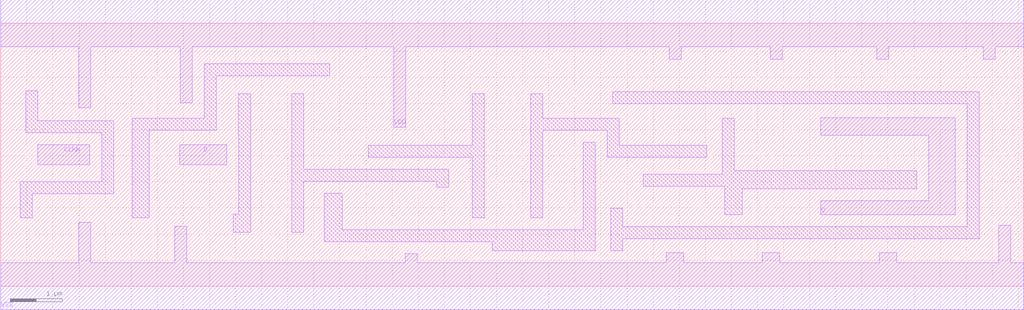
<source format=lef>
# Copyright 2022 GlobalFoundries PDK Authors
#
# Licensed under the Apache License, Version 2.0 (the "License");
# you may not use this file except in compliance with the License.
# You may obtain a copy of the License at
#
#      http://www.apache.org/licenses/LICENSE-2.0
#
# Unless required by applicable law or agreed to in writing, software
# distributed under the License is distributed on an "AS IS" BASIS,
# WITHOUT WARRANTIES OR CONDITIONS OF ANY KIND, either express or implied.
# See the License for the specific language governing permissions and
# limitations under the License.

MACRO gf180mcu_fd_sc_mcu9t5v0__dffnq_4
  CLASS core ;
  FOREIGN gf180mcu_fd_sc_mcu9t5v0__dffnq_4 0.0 0.0 ;
  ORIGIN 0 0 ;
  SYMMETRY X Y ;
  SITE GF018hv5v_green_sc9 ;
  SIZE 19.6 BY 5.04 ;
  PIN D
    DIRECTION INPUT ;
    ANTENNAGATEAREA 0.854 ;
    PORT
      LAYER Metal1 ;
        POLYGON 3.43 2.33 4.33 2.33 4.33 2.71 3.43 2.71  ;
    END
  END D
  PIN CLKN
    DIRECTION INPUT ;
    USE clock ;
    ANTENNAGATEAREA 1.164 ;
    PORT
      LAYER Metal1 ;
        POLYGON 0.71 2.33 1.705 2.33 1.705 2.71 0.71 2.71  ;
    END
  END CLKN
  PIN Q
    DIRECTION OUTPUT ;
    ANTENNADIFFAREA 3.276 ;
    PORT
      LAYER Metal1 ;
        POLYGON 15.71 2.89 17.555 2.89 17.785 2.89 17.785 1.64 15.71 1.64 15.71 1.37 18.29 1.37 18.29 3.23 17.555 3.23 15.71 3.23  ;
    END
  END Q
  PIN VDD
    DIRECTION INOUT ;
    USE power ;
    SHAPE ABUTMENT ;
    PORT
      LAYER Metal1 ;
        POLYGON 0 4.59 1.495 4.59 1.495 3.425 1.725 3.425 1.725 4.59 2.165 4.59 3.435 4.59 3.435 3.515 3.665 3.515 3.665 4.59 6.3 4.59 7.535 4.59 7.535 3.045 7.765 3.045 7.765 4.59 9.265 4.59 12.805 4.59 12.805 4.345 13.035 4.345 13.035 4.59 14.745 4.59 14.745 4.345 14.975 4.345 14.975 4.59 16.785 4.59 16.785 4.345 17.015 4.345 17.015 4.59 18.75 4.59 18.825 4.59 18.825 4.345 19.055 4.345 19.055 4.59 19.6 4.59 19.6 5.49 18.75 5.49 9.265 5.49 6.3 5.49 2.165 5.49 0 5.49  ;
    END
  END VDD
  PIN VSS
    DIRECTION INOUT ;
    USE ground ;
    SHAPE ABUTMENT ;
    PORT
      LAYER Metal1 ;
        POLYGON 0 -0.45 19.6 -0.45 19.6 0.45 19.355 0.45 19.355 1.165 19.125 1.165 19.125 0.45 17.17 0.45 17.17 0.64 16.83 0.64 16.83 0.45 14.93 0.45 14.93 0.64 14.59 0.64 14.59 0.45 13.09 0.45 13.09 0.64 12.75 0.64 12.75 0.45 7.985 0.45 7.985 0.625 7.755 0.625 7.755 0.45 3.565 0.45 3.565 1.145 3.335 1.145 3.335 0.45 1.725 0.45 1.725 1.225 1.495 1.225 1.495 0.45 0 0.45  ;
    END
  END VSS
  OBS
      LAYER Metal1 ;
        POLYGON 0.475 2.94 1.935 2.94 1.935 2.005 0.375 2.005 0.375 1.315 0.605 1.315 0.605 1.775 2.165 1.775 2.165 3.17 0.705 3.17 0.705 3.75 0.475 3.75  ;
        POLYGON 4.555 2.875 4.56 2.875 4.56 1.375 4.455 1.375 4.455 1.035 4.79 1.035 4.79 3.685 4.555 3.685  ;
        POLYGON 2.515 1.315 2.845 1.315 2.845 2.985 4.125 2.985 4.125 4.03 6.3 4.03 6.3 4.26 3.895 4.26 3.895 3.215 2.515 3.215  ;
        POLYGON 5.575 1.035 5.805 1.035 5.805 2.01 8.355 2.01 8.355 1.9 8.585 1.9 8.585 2.24 5.805 2.24 5.805 3.685 5.575 3.685  ;
        POLYGON 7.04 2.47 9.035 2.47 9.035 1.315 9.265 1.315 9.265 3.685 9.03 3.685 9.03 2.7 7.04 2.7  ;
        POLYGON 6.2 0.855 9.42 0.855 9.42 0.68 11.395 0.68 11.395 2.755 11.165 2.755 11.165 1.085 6.54 1.085 6.54 1.78 6.2 1.78  ;
        POLYGON 10.155 1.315 10.385 1.315 10.385 2.985 11.625 2.985 11.625 2.47 13.53 2.47 13.53 2.7 11.855 2.7 11.855 3.215 10.385 3.215 10.385 3.685 10.155 3.685  ;
        POLYGON 12.31 1.92 13.87 1.92 13.87 1.37 14.21 1.37 14.21 1.87 17.555 1.87 17.555 2.21 14.055 2.21 14.055 3.215 13.825 3.215 13.825 2.15 12.31 2.15  ;
        POLYGON 11.73 3.5 18.52 3.5 18.52 1.14 11.915 1.14 11.915 1.49 11.685 1.49 11.685 0.68 11.915 0.68 11.915 0.91 18.75 0.91 18.75 3.73 11.73 3.73  ;
  END
END gf180mcu_fd_sc_mcu9t5v0__dffnq_4

</source>
